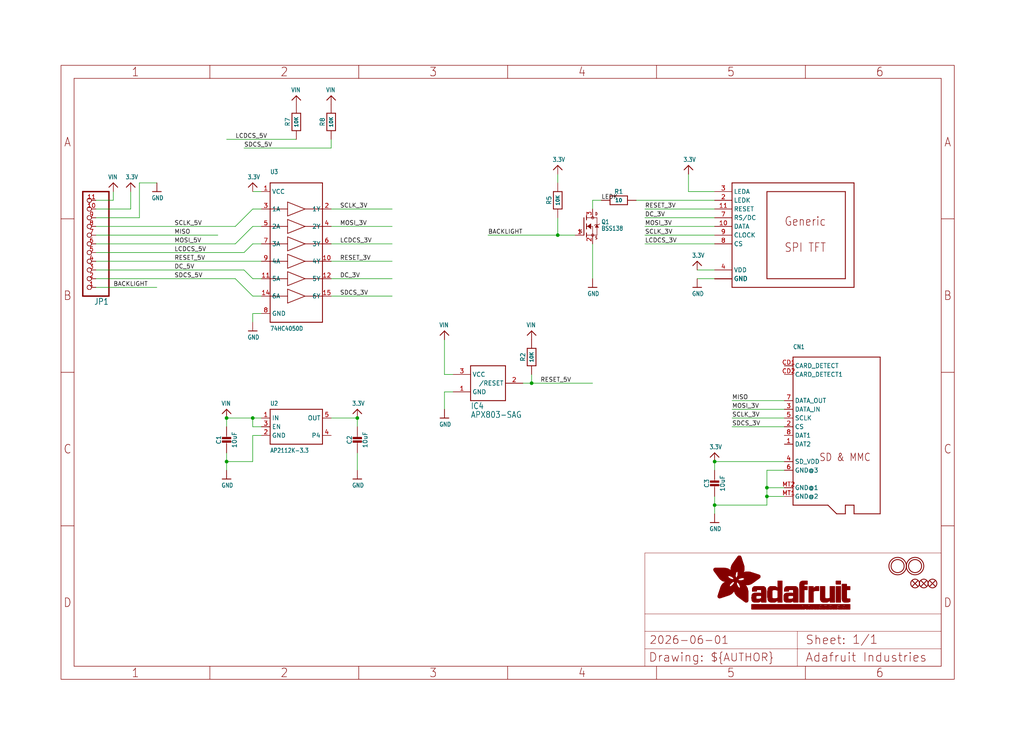
<source format=kicad_sch>
(kicad_sch (version 20230121) (generator eeschema)
  (paper "User" 298.45 217.322)
  (lib_symbols
    (symbol "working-eagle-import:3.3V" (power)
      (property "Value" "3.3V" (at -1.524 1.016 0))
      (symbol "3.3V_1_0"
        (pin power_in line (at 0 -2.54 90) (length 2.54) (name "3.3V") (number "1"))
      )
    )
    (symbol "working-eagle-import:74HC4050D"
      (property "Reference" "U" (at -7.62 22.86 0))
      (symbol "74HC4050D_1_0"
        (pin bidirectional line (at -10.16 17.78 0) (length 2.54) (name "VCC") (number "1"))
        (pin bidirectional line (at 10.16 -2.54 180) (length 2.54) (name "4Y") (number "10"))
        (pin bidirectional line (at -10.16 -7.62 0) (length 2.54) (name "5A") (number "11"))
        (pin bidirectional line (at 10.16 -7.62 180) (length 2.54) (name "5Y") (number "12"))
        (pin bidirectional line (at -10.16 -12.7 0) (length 2.54) (name "6A") (number "14"))
        (pin bidirectional line (at 10.16 -12.7 180) (length 2.54) (name "6Y") (number "15"))
        (pin bidirectional line (at 10.16 12.7 180) (length 2.54) (name "1Y") (number "2"))
        (pin bidirectional line (at -10.16 12.7 0) (length 2.54) (name "1A") (number "3"))
        (pin bidirectional line (at 10.16 7.62 180) (length 2.54) (name "2Y") (number "4"))
        (pin bidirectional line (at -10.16 7.62 0) (length 2.54) (name "2A") (number "5"))
        (pin bidirectional line (at 10.16 2.54 180) (length 2.54) (name "3Y") (number "6"))
        (pin bidirectional line (at -10.16 2.54 0) (length 2.54) (name "3A") (number "7"))
        (pin bidirectional line (at -10.16 -17.78 0) (length 2.54) (name "GND") (number "8"))
        (pin bidirectional line (at -10.16 -2.54 0) (length 2.54) (name "4A") (number "9"))
      )
    )
    (symbol "working-eagle-import:AXP083-SAG"
      (property "Reference" "IC" (at -5.08 -7.62 0))
      (symbol "AXP083-SAG_1_0"
        (pin power_in line (at -10.16 -2.54 0) (length 5.08) (name "GND") (number "1"))
        (pin output line (at 10.16 0 180) (length 5.08) (name "/RESET") (number "2"))
        (pin power_in line (at -10.16 2.54 0) (length 5.08) (name "VCC") (number "3"))
      )
    )
    (symbol "working-eagle-import:CAP_CERAMIC0805-NOOUTLINE"
      (property "Reference" "C" (at -2.29 1.25 90))
      (symbol "CAP_CERAMIC0805-NOOUTLINE_1_0"
        (pin passive line (at 0 5.08 270) (length 2.54) (name "1") (number "1"))
        (pin passive line (at 0 -2.54 90) (length 2.54) (name "2") (number "2"))
      )
    )
    (symbol "working-eagle-import:DISP_LCD_GENERIC_SPI_2.0IN_240X320"
      (symbol "DISP_LCD_GENERIC_SPI_2.0IN_240X320_1_0"
        (text "Generic" (at -5.08 2.54 0) (effects (font (size 2.54 2.159)) (justify left bottom)))
        (text "SPI TFT" (at -5.08 -5.08 0) (effects (font (size 2.54 2.159)) (justify left bottom)))
        (pin power_in line (at -25.4 -12.7 0) (length 5.08) (name "GND") (number "1"))
        (pin bidirectional line (at -25.4 2.54 0) (length 5.08) (name "DATA") (number "10"))
        (pin input line (at -25.4 7.62 0) (length 5.08) (name "RESET") (number "11"))
        (pin power_in line (at -25.4 -12.7 0) (length 5.08) (name "GND") (number "12"))
        (pin input line (at -25.4 10.16 0) (length 5.08) (name "LEDK") (number "2"))
        (pin input line (at -25.4 12.7 0) (length 5.08) (name "LEDA") (number "3"))
        (pin power_in line (at -25.4 -10.16 0) (length 5.08) (name "VDD") (number "4"))
        (pin power_in line (at -25.4 -12.7 0) (length 5.08) (name "GND") (number "5"))
        (pin power_in line (at -25.4 -12.7 0) (length 5.08) (name "GND") (number "6"))
        (pin input line (at -25.4 5.08 0) (length 5.08) (name "RS/DC") (number "7"))
        (pin input line (at -25.4 -2.54 0) (length 5.08) (name "CS") (number "8"))
        (pin input line (at -25.4 0 0) (length 5.08) (name "CLOCK") (number "9"))
      )
    )
    (symbol "working-eagle-import:FIDUCIAL_1MM")
    (symbol "working-eagle-import:FRAME_A4_ADAFRUIT"
      (symbol "FRAME_A4_ADAFRUIT_1_0"
        (text "${#}/${##}" (at 230.505 10.16 0) (effects (font (size 2.54 2.54)) (justify left bottom)))
        (text "${AUTHOR}" (at 189.23 5.08 0) (effects (font (size 2.286 2.286)) (justify left bottom)))
        (text "${CURRENT_DATE}" (at 171.45 10.16 0) (effects (font (size 2.286 2.286)) (justify left bottom)))
        (text "${PROJECTNAME}" (at 171.45 15.24 0) (effects (font (size 2.54 2.54)) (justify left bottom)))
        (text "1" (at 21.6958 1.905 0) (effects (font (size 2.54 2.286))))
        (text "1" (at 21.6958 177.165 0) (effects (font (size 2.54 2.286))))
        (text "2" (at 65.0875 1.905 0) (effects (font (size 2.54 2.286))))
        (text "2" (at 65.0875 177.165 0) (effects (font (size 2.54 2.286))))
        (text "3" (at 108.4792 1.905 0) (effects (font (size 2.54 2.286))))
        (text "3" (at 108.4792 177.165 0) (effects (font (size 2.54 2.286))))
        (text "4" (at 151.8708 1.905 0) (effects (font (size 2.54 2.286))))
        (text "4" (at 151.8708 177.165 0) (effects (font (size 2.54 2.286))))
        (text "5" (at 195.2625 1.905 0) (effects (font (size 2.54 2.286))))
        (text "5" (at 195.2625 177.165 0) (effects (font (size 2.54 2.286))))
        (text "6" (at 238.6542 1.905 0) (effects (font (size 2.54 2.286))))
        (text "6" (at 238.6542 177.165 0) (effects (font (size 2.54 2.286))))
        (text "A" (at 1.905 156.6863 0) (effects (font (size 2.54 2.286))))
        (text "A" (at 258.445 156.6863 0) (effects (font (size 2.54 2.286))))
        (text "Adafruit Industries" (at 216.916 4.953 0) (effects (font (size 2.54 2.54)) (justify left bottom)))
        (text "B" (at 1.905 111.9188 0) (effects (font (size 2.54 2.286))))
        (text "B" (at 258.445 111.9188 0) (effects (font (size 2.54 2.286))))
        (text "C" (at 1.905 67.1513 0) (effects (font (size 2.54 2.286))))
        (text "C" (at 258.445 67.1513 0) (effects (font (size 2.54 2.286))))
        (text "D" (at 1.905 22.3838 0) (effects (font (size 2.54 2.286))))
        (text "D" (at 258.445 22.3838 0) (effects (font (size 2.54 2.286))))
        (text "Drawing:" (at 171.196 4.953 0) (effects (font (size 2.54 2.54)) (justify left bottom)))
        (text "Sheet:" (at 216.916 10.033 0) (effects (font (size 2.54 2.54)) (justify left bottom)))
      )
    )
    (symbol "working-eagle-import:GND" (power)
      (property "Value" "GND" (at -1.524 -2.54 0))
      (symbol "GND_1_0"
        (pin power_in line (at 0 2.54 270) (length 2.54) (name "GND") (number "1"))
      )
    )
    (symbol "working-eagle-import:HEADER-1X1176MIL"
      (property "Reference" "JP" (at -6.35 15.875 0))
      (symbol "HEADER-1X1176MIL_1_0"
        (pin passive inverted (at -2.54 12.7 0) (length 2.54) (name "1") (number "1"))
        (pin passive inverted (at -2.54 -10.16 0) (length 2.54) (name "10") (number "10"))
        (pin passive inverted (at -2.54 -12.7 0) (length 2.54) (name "11") (number "11"))
        (pin passive inverted (at -2.54 10.16 0) (length 2.54) (name "2") (number "2"))
        (pin passive inverted (at -2.54 7.62 0) (length 2.54) (name "3") (number "3"))
        (pin passive inverted (at -2.54 5.08 0) (length 2.54) (name "4") (number "4"))
        (pin passive inverted (at -2.54 2.54 0) (length 2.54) (name "5") (number "5"))
        (pin passive inverted (at -2.54 0 0) (length 2.54) (name "6") (number "6"))
        (pin passive inverted (at -2.54 -2.54 0) (length 2.54) (name "7") (number "7"))
        (pin passive inverted (at -2.54 -5.08 0) (length 2.54) (name "8") (number "8"))
        (pin passive inverted (at -2.54 -7.62 0) (length 2.54) (name "9") (number "9"))
      )
    )
    (symbol "working-eagle-import:MICROSD"
      (property "Reference" "X" (at -12.7 22.606 0))
      (symbol "MICROSD_1_0"
        (text "SD & MMC" (at -5.08 -10.16 0) (effects (font (size 2.1844 1.8567)) (justify left bottom)))
        (pin bidirectional line (at -15.24 -5.08 0) (length 2.54) (name "DAT2") (number "1"))
        (pin input line (at -15.24 0 0) (length 2.54) (name "CS") (number "2"))
        (pin input line (at -15.24 5.08 0) (length 2.54) (name "DATA_IN") (number "3"))
        (pin power_in line (at -15.24 -10.16 0) (length 2.54) (name "SD_VDD") (number "4"))
        (pin input line (at -15.24 2.54 0) (length 2.54) (name "SCLK") (number "5"))
        (pin power_in line (at -15.24 -12.7 0) (length 2.54) (name "GND@3") (number "6"))
        (pin output line (at -15.24 7.62 0) (length 2.54) (name "DATA_OUT") (number "7"))
        (pin bidirectional line (at -15.24 -2.54 0) (length 2.54) (name "DAT1") (number "8"))
        (pin passive line (at -15.24 17.78 0) (length 2.54) (name "CARD_DETECT") (number "CD1"))
        (pin passive line (at -15.24 15.24 0) (length 2.54) (name "CARD_DETECT1") (number "CD2"))
        (pin power_in line (at -15.24 -20.32 0) (length 2.54) (name "GND@2") (number "MT1"))
        (pin power_in line (at -15.24 -17.78 0) (length 2.54) (name "GND@1") (number "MT2"))
      )
    )
    (symbol "working-eagle-import:MOSFET-NREFLOW"
      (property "Reference" "Q" (at 5.08 0.635 0))
      (symbol "MOSFET-NREFLOW_1_0"
        (text "D" (at 3.175 3.175 0) (effects (font (size 0.8128 0.6908)) (justify left bottom)))
        (text "G" (at -1.27 -1.905 0) (effects (font (size 0.8128 0.6908)) (justify left bottom)))
        (text "S" (at 3.175 -3.81 0) (effects (font (size 0.8128 0.6908)) (justify left bottom)))
        (pin bidirectional line (at -2.54 -2.54 0) (length 2.54) (name "G") (number "1"))
        (pin bidirectional line (at 2.54 -5.08 90) (length 2.54) (name "S") (number "2"))
        (pin bidirectional line (at 2.54 5.08 270) (length 2.54) (name "D") (number "3"))
      )
    )
    (symbol "working-eagle-import:MOUNTINGHOLE2.5")
    (symbol "working-eagle-import:RESISTOR0805_NOOUTLINE"
      (property "Reference" "R" (at 0 2.54 0))
      (symbol "RESISTOR0805_NOOUTLINE_1_0"
        (pin passive line (at -5.08 0 0) (length 2.54) (name "1") (number "1"))
        (pin passive line (at 5.08 0 180) (length 2.54) (name "2") (number "2"))
      )
    )
    (symbol "working-eagle-import:VIN" (power)
      (property "Value" "VIN" (at -1.524 1.016 0))
      (symbol "VIN_1_0"
        (pin power_in line (at 0 -2.54 90) (length 2.54) (name "VIN") (number "1"))
      )
    )
    (symbol "working-eagle-import:VREG_SOT23-5"
      (property "Reference" "U" (at -7.62 6.096 0))
      (symbol "VREG_SOT23-5_1_0"
        (pin power_in line (at -10.16 2.54 0) (length 2.54) (name "IN") (number "1"))
        (pin power_in line (at -10.16 -2.54 0) (length 2.54) (name "GND") (number "2"))
        (pin input line (at -10.16 0 0) (length 2.54) (name "EN") (number "3"))
        (pin bidirectional line (at 10.16 -2.54 180) (length 2.54) (name "P4") (number "4"))
        (pin power_in line (at 10.16 2.54 180) (length 2.54) (name "OUT") (number "5"))
      )
    )
  )
  (junction (at 208.28 134.62))
  (junction (at 223.52 144.78))
  (junction (at 154.94 111.76))
  (junction (at 162.56 68.58))
  (junction (at 208.28 147.32))
  (junction (at 66.04 121.92))
  (junction (at 104.14 121.92))
  (junction (at 223.52 142.24))
  (junction (at 66.04 134.62))
  (junction (at 73.66 121.92))
  (wire (pts (xy 76.2 124.46) (xy 73.66 124.46)) (stroke (width 0.1524)))
  (wire (pts (xy 208.28 63.5) (xy 187.96 63.5)) (stroke (width 0.1524)))
  (wire (pts (xy 208.28 144.78) (xy 208.28 147.32)) (stroke (width 0.1524)))
  (wire (pts (xy 73.66 134.62) (xy 66.04 134.62)) (stroke (width 0.1524)))
  (wire (pts (xy 96.52 86.36) (xy 114.3 86.36)) (stroke (width 0.1524)))
  (wire (pts (xy 73.66 91.44) (xy 73.66 93.98)) (stroke (width 0.1524)))
  (wire (pts (xy 27.94 73.66) (xy 71.12 73.66)) (stroke (width 0.1524)))
  (wire (pts (xy 76.2 127) (xy 73.66 127)) (stroke (width 0.1524)))
  (wire (pts (xy 152.4 111.76) (xy 154.94 111.76)) (stroke (width 0.1524)))
  (wire (pts (xy 96.52 60.96) (xy 114.3 60.96)) (stroke (width 0.1524)))
  (wire (pts (xy 96.52 66.04) (xy 114.3 66.04)) (stroke (width 0.1524)))
  (wire (pts (xy 40.64 53.34) (xy 45.72 53.34)) (stroke (width 0.1524)))
  (wire (pts (xy 132.08 109.22) (xy 129.54 109.22)) (stroke (width 0.1524)))
  (wire (pts (xy 38.1 60.96) (xy 38.1 55.88)) (stroke (width 0.1524)))
  (wire (pts (xy 228.6 121.92) (xy 213.36 121.92)) (stroke (width 0.1524)))
  (wire (pts (xy 96.52 43.18) (xy 71.12 43.18)) (stroke (width 0.1524)))
  (wire (pts (xy 200.66 55.88) (xy 200.66 50.8)) (stroke (width 0.1524)))
  (wire (pts (xy 27.94 68.58) (xy 63.5 68.58)) (stroke (width 0.1524)))
  (wire (pts (xy 73.66 81.28) (xy 76.2 81.28)) (stroke (width 0.1524)))
  (wire (pts (xy 71.12 73.66) (xy 73.66 71.12)) (stroke (width 0.1524)))
  (wire (pts (xy 228.6 142.24) (xy 223.52 142.24)) (stroke (width 0.1524)))
  (wire (pts (xy 228.6 119.38) (xy 213.36 119.38)) (stroke (width 0.1524)))
  (wire (pts (xy 27.94 58.42) (xy 33.02 58.42)) (stroke (width 0.1524)))
  (wire (pts (xy 27.94 81.28) (xy 68.58 81.28)) (stroke (width 0.1524)))
  (wire (pts (xy 27.94 83.82) (xy 45.72 83.82)) (stroke (width 0.1524)))
  (wire (pts (xy 223.52 137.16) (xy 223.52 142.24)) (stroke (width 0.1524)))
  (wire (pts (xy 223.52 144.78) (xy 223.52 147.32)) (stroke (width 0.1524)))
  (wire (pts (xy 68.58 81.28) (xy 73.66 86.36)) (stroke (width 0.1524)))
  (wire (pts (xy 208.28 55.88) (xy 200.66 55.88)) (stroke (width 0.1524)))
  (wire (pts (xy 208.28 78.74) (xy 203.2 78.74)) (stroke (width 0.1524)))
  (wire (pts (xy 71.12 78.74) (xy 73.66 81.28)) (stroke (width 0.1524)))
  (wire (pts (xy 208.28 71.12) (xy 187.96 71.12)) (stroke (width 0.1524)))
  (wire (pts (xy 208.28 147.32) (xy 208.28 149.86)) (stroke (width 0.1524)))
  (wire (pts (xy 154.94 109.22) (xy 154.94 111.76)) (stroke (width 0.1524)))
  (wire (pts (xy 96.52 76.2) (xy 114.3 76.2)) (stroke (width 0.1524)))
  (wire (pts (xy 73.66 66.04) (xy 76.2 66.04)) (stroke (width 0.1524)))
  (wire (pts (xy 228.6 124.46) (xy 213.36 124.46)) (stroke (width 0.1524)))
  (wire (pts (xy 129.54 119.38) (xy 129.54 114.3)) (stroke (width 0.1524)))
  (wire (pts (xy 162.56 68.58) (xy 142.24 68.58)) (stroke (width 0.1524)))
  (wire (pts (xy 228.6 144.78) (xy 223.52 144.78)) (stroke (width 0.1524)))
  (wire (pts (xy 73.66 86.36) (xy 76.2 86.36)) (stroke (width 0.1524)))
  (wire (pts (xy 76.2 121.92) (xy 73.66 121.92)) (stroke (width 0.1524)))
  (wire (pts (xy 223.52 142.24) (xy 223.52 144.78)) (stroke (width 0.1524)))
  (wire (pts (xy 27.94 60.96) (xy 38.1 60.96)) (stroke (width 0.1524)))
  (wire (pts (xy 228.6 134.62) (xy 208.28 134.62)) (stroke (width 0.1524)))
  (wire (pts (xy 96.52 40.64) (xy 96.52 43.18)) (stroke (width 0.1524)))
  (wire (pts (xy 154.94 111.76) (xy 172.72 111.76)) (stroke (width 0.1524)))
  (wire (pts (xy 27.94 71.12) (xy 68.58 71.12)) (stroke (width 0.1524)))
  (wire (pts (xy 129.54 99.06) (xy 129.54 109.22)) (stroke (width 0.1524)))
  (wire (pts (xy 73.66 60.96) (xy 76.2 60.96)) (stroke (width 0.1524)))
  (wire (pts (xy 73.66 71.12) (xy 76.2 71.12)) (stroke (width 0.1524)))
  (wire (pts (xy 96.52 81.28) (xy 114.3 81.28)) (stroke (width 0.1524)))
  (wire (pts (xy 73.66 127) (xy 73.66 134.62)) (stroke (width 0.1524)))
  (wire (pts (xy 208.28 81.28) (xy 203.2 81.28)) (stroke (width 0.1524)))
  (wire (pts (xy 76.2 91.44) (xy 73.66 91.44)) (stroke (width 0.1524)))
  (wire (pts (xy 96.52 71.12) (xy 114.3 71.12)) (stroke (width 0.1524)))
  (wire (pts (xy 129.54 114.3) (xy 132.08 114.3)) (stroke (width 0.1524)))
  (wire (pts (xy 228.6 116.84) (xy 213.36 116.84)) (stroke (width 0.1524)))
  (wire (pts (xy 66.04 121.92) (xy 66.04 124.46)) (stroke (width 0.1524)))
  (wire (pts (xy 76.2 55.88) (xy 73.66 55.88)) (stroke (width 0.1524)))
  (wire (pts (xy 208.28 68.58) (xy 187.96 68.58)) (stroke (width 0.1524)))
  (wire (pts (xy 208.28 134.62) (xy 208.28 137.16)) (stroke (width 0.1524)))
  (wire (pts (xy 73.66 121.92) (xy 66.04 121.92)) (stroke (width 0.1524)))
  (wire (pts (xy 66.04 134.62) (xy 66.04 137.16)) (stroke (width 0.1524)))
  (wire (pts (xy 172.72 58.42) (xy 172.72 60.96)) (stroke (width 0.1524)))
  (wire (pts (xy 228.6 137.16) (xy 223.52 137.16)) (stroke (width 0.1524)))
  (wire (pts (xy 68.58 66.04) (xy 73.66 60.96)) (stroke (width 0.1524)))
  (wire (pts (xy 162.56 63.5) (xy 162.56 68.58)) (stroke (width 0.1524)))
  (wire (pts (xy 33.02 58.42) (xy 33.02 55.88)) (stroke (width 0.1524)))
  (wire (pts (xy 96.52 121.92) (xy 104.14 121.92)) (stroke (width 0.1524)))
  (wire (pts (xy 66.04 132.08) (xy 66.04 134.62)) (stroke (width 0.1524)))
  (wire (pts (xy 73.66 124.46) (xy 73.66 121.92)) (stroke (width 0.1524)))
  (wire (pts (xy 104.14 132.08) (xy 104.14 137.16)) (stroke (width 0.1524)))
  (wire (pts (xy 208.28 66.04) (xy 187.96 66.04)) (stroke (width 0.1524)))
  (wire (pts (xy 40.64 63.5) (xy 40.64 53.34)) (stroke (width 0.1524)))
  (wire (pts (xy 175.26 58.42) (xy 172.72 58.42)) (stroke (width 0.1524)))
  (wire (pts (xy 27.94 76.2) (xy 76.2 76.2)) (stroke (width 0.1524)))
  (wire (pts (xy 68.58 71.12) (xy 73.66 66.04)) (stroke (width 0.1524)))
  (wire (pts (xy 208.28 60.96) (xy 187.96 60.96)) (stroke (width 0.1524)))
  (wire (pts (xy 104.14 121.92) (xy 104.14 124.46)) (stroke (width 0.1524)))
  (wire (pts (xy 167.64 68.58) (xy 162.56 68.58)) (stroke (width 0.1524)))
  (wire (pts (xy 86.36 40.64) (xy 66.04 40.64)) (stroke (width 0.1524)))
  (wire (pts (xy 27.94 66.04) (xy 68.58 66.04)) (stroke (width 0.1524)))
  (wire (pts (xy 162.56 53.34) (xy 162.56 50.8)) (stroke (width 0.1524)))
  (wire (pts (xy 208.28 58.42) (xy 185.42 58.42)) (stroke (width 0.1524)))
  (wire (pts (xy 27.94 63.5) (xy 40.64 63.5)) (stroke (width 0.1524)))
  (wire (pts (xy 172.72 71.12) (xy 172.72 81.28)) (stroke (width 0.1524)))
  (wire (pts (xy 27.94 78.74) (xy 71.12 78.74)) (stroke (width 0.1524)))
  (wire (pts (xy 223.52 147.32) (xy 208.28 147.32)) (stroke (width 0.1524)))
  (label "RESET_3V" (at 99.06 76.2 0) (effects (font (size 1.2446 1.2446))))
  (label "SCLK_3V" (at 213.36 121.92 0) (effects (font (size 1.2446 1.2446))))
  (label "SDCS_3V" (at 99.06 86.36 0) (effects (font (size 1.2446 1.2446))))
  (label "MOSI_3V" (at 99.06 66.04 0) (effects (font (size 1.2446 1.2446))))
  (label "MOSI_3V" (at 213.36 119.38 0) (effects (font (size 1.2446 1.2446))))
  (label "LCDCS_5V" (at 50.8 73.66 0) (effects (font (size 1.2446 1.2446))))
  (label "LCDCS_3V" (at 187.96 71.12 0) (effects (font (size 1.2446 1.2446))))
  (label "LEDK" (at 175.26 58.42 0) (effects (font (size 1.2446 1.2446))))
  (label "SDCS_5V" (at 50.8 81.28 0) (effects (font (size 1.2446 1.2446))))
  (label "SCLK_5V" (at 50.8 66.04 0) (effects (font (size 1.2446 1.2446))))
  (label "MISO" (at 50.8 68.58 0) (effects (font (size 1.2446 1.2446))))
  (label "RESET_3V" (at 187.96 60.96 0) (effects (font (size 1.2446 1.2446))))
  (label "LCDCS_5V" (at 68.58 40.64 0) (effects (font (size 1.2446 1.2446))))
  (label "DC_5V" (at 50.8 78.74 0) (effects (font (size 1.2446 1.2446))))
  (label "DC_3V" (at 99.06 81.28 0) (effects (font (size 1.2446 1.2446))))
  (label "SCLK_3V" (at 99.06 60.96 0) (effects (font (size 1.2446 1.2446))))
  (label "SCLK_3V" (at 187.96 68.58 0) (effects (font (size 1.2446 1.2446))))
  (label "DC_3V" (at 187.96 63.5 0) (effects (font (size 1.2446 1.2446))))
  (label "BACKLIGHT" (at 142.24 68.58 0) (effects (font (size 1.2446 1.2446))))
  (label "SDCS_5V" (at 71.12 43.18 0) (effects (font (size 1.2446 1.2446))))
  (label "BACKLIGHT" (at 33.02 83.82 0) (effects (font (size 1.2446 1.2446))))
  (label "RESET_5V" (at 50.8 76.2 0) (effects (font (size 1.2446 1.2446))))
  (label "LCDCS_3V" (at 99.06 71.12 0) (effects (font (size 1.2446 1.2446))))
  (label "MOSI_5V" (at 50.8 71.12 0) (effects (font (size 1.2446 1.2446))))
  (label "MOSI_3V" (at 187.96 66.04 0) (effects (font (size 1.2446 1.2446))))
  (label "SDCS_3V" (at 213.36 124.46 0) (effects (font (size 1.2446 1.2446))))
  (label "MISO" (at 213.36 116.84 0) (effects (font (size 1.2446 1.2446))))
  (label "RESET_5V" (at 157.48 111.76 0) (effects (font (size 1.2446 1.2446))))
  (symbol (lib_id "working-eagle-import:FIDUCIAL_1MM") (at 269.24 170.18 0) (unit 1)
    (property "Reference" "FID2" (effects hide))
    (property "Value" "FIDUCIAL_1MM" (effects hide))
    (property "Footprint" "working:FIDUCIAL_1MM" (effects hide))
  )
  (symbol (lib_id "working-eagle-import:3.3V") (at 203.2 76.2 0) (unit 1)
    (property "Reference" "#U$25" (effects hide))
    (property "Value" "3.3V" (at 201.676 75.184 0) (effects (font (size 1.27 1.0795)) (justify left bottom)))
  )
  (symbol (lib_id "working-eagle-import:3.3V") (at 38.1 53.34 0) (unit 1)
    (property "Reference" "#U$19" (effects hide))
    (property "Value" "3.3V" (at 36.576 52.324 0) (effects (font (size 1.27 1.0795)) (justify left bottom)))
  )
  (symbol (lib_id "working-eagle-import:CAP_CERAMIC0805-NOOUTLINE") (at 104.14 129.54 0) (unit 1)
    (property "Reference" "C2" (at 101.85 128.29 90))
    (property "Value" "10uF" (at 106.44 128.29 90))
    (property "Footprint" "working:0805-NO" (effects hide))
  )
  (symbol (lib_id "working-eagle-import:CAP_CERAMIC0805-NOOUTLINE") (at 208.28 142.24 0) (unit 1)
    (property "Reference" "C3" (at 205.99 140.99 90))
    (property "Value" "10uF" (at 210.58 140.99 90))
    (property "Footprint" "working:0805-NO" (effects hide))
  )
  (symbol (lib_id "working-eagle-import:VIN") (at 154.94 96.52 0) (unit 1)
    (property "Reference" "#U$5" (effects hide))
    (property "Value" "VIN" (at 153.416 95.504 0) (effects (font (size 1.27 1.0795)) (justify left bottom)))
  )
  (symbol (lib_id "working-eagle-import:VIN") (at 129.54 96.52 0) (unit 1)
    (property "Reference" "#U$22" (effects hide))
    (property "Value" "VIN" (at 128.016 95.504 0) (effects (font (size 1.27 1.0795)) (justify left bottom)))
  )
  (symbol (lib_id "working-eagle-import:GND") (at 73.66 96.52 0) (unit 1)
    (property "Reference" "#U$16" (effects hide))
    (property "Value" "GND" (at 72.136 99.06 0) (effects (font (size 1.27 1.0795)) (justify left bottom)))
  )
  (symbol (lib_id "working-eagle-import:GND") (at 172.72 83.82 0) (unit 1)
    (property "Reference" "#U$18" (effects hide))
    (property "Value" "GND" (at 171.196 86.36 0) (effects (font (size 1.27 1.0795)) (justify left bottom)))
  )
  (symbol (lib_id "working-eagle-import:74HC4050D") (at 86.36 73.66 0) (unit 1)
    (property "Reference" "U3" (at 78.74 50.8 0) (effects (font (size 1.27 1.0795)) (justify left bottom)))
    (property "Value" "74HC4050D" (at 78.74 96.52 0) (effects (font (size 1.27 1.0795)) (justify left bottom)))
    (property "Footprint" "working:SOIC16" (effects hide))
  )
  (symbol (lib_id "working-eagle-import:DISP_LCD_GENERIC_SPI_2.0IN_240X320") (at 233.68 68.58 0) (unit 1)
    (property "Reference" "DISP1" (effects hide))
    (property "Value" "DISP_LCD_GENERIC_SPI_2.0IN_240X320" (effects hide))
    (property "Footprint" "working:TFT_2.0IN_240X320_12P" (effects hide))
  )
  (symbol (lib_id "working-eagle-import:VIN") (at 96.52 27.94 0) (unit 1)
    (property "Reference" "#U$8" (effects hide))
    (property "Value" "VIN" (at 94.996 26.924 0) (effects (font (size 1.27 1.0795)) (justify left bottom)))
  )
  (symbol (lib_id "working-eagle-import:GND") (at 66.04 139.7 0) (unit 1)
    (property "Reference" "#U$13" (effects hide))
    (property "Value" "GND" (at 64.516 142.24 0) (effects (font (size 1.27 1.0795)) (justify left bottom)))
  )
  (symbol (lib_id "working-eagle-import:FIDUCIAL_1MM") (at 271.78 170.18 0) (unit 1)
    (property "Reference" "FID1" (effects hide))
    (property "Value" "FIDUCIAL_1MM" (effects hide))
    (property "Footprint" "working:FIDUCIAL_1MM" (effects hide))
  )
  (symbol (lib_id "working-eagle-import:RESISTOR0805_NOOUTLINE") (at 154.94 104.14 90) (unit 1)
    (property "Reference" "R2" (at 152.4 104.14 0))
    (property "Value" "10K" (at 154.94 104.14 0) (effects (font (size 1.016 1.016) bold)))
    (property "Footprint" "working:0805-NO" (effects hide))
  )
  (symbol (lib_id "working-eagle-import:VIN") (at 33.02 53.34 0) (unit 1)
    (property "Reference" "#U$6" (effects hide))
    (property "Value" "VIN" (at 31.496 52.324 0) (effects (font (size 1.27 1.0795)) (justify left bottom)))
  )
  (symbol (lib_id "working-eagle-import:GND") (at 104.14 139.7 0) (unit 1)
    (property "Reference" "#U$15" (effects hide))
    (property "Value" "GND" (at 102.616 142.24 0) (effects (font (size 1.27 1.0795)) (justify left bottom)))
  )
  (symbol (lib_id "working-eagle-import:MOSFET-NREFLOW") (at 170.18 66.04 0) (unit 1)
    (property "Reference" "Q1" (at 175.26 65.405 0) (effects (font (size 1.27 1.0795)) (justify left bottom)))
    (property "Value" "BSS138" (at 175.26 67.31 0) (effects (font (size 1.27 1.0795)) (justify left bottom)))
    (property "Footprint" "working:SOT23-R" (effects hide))
  )
  (symbol (lib_id "working-eagle-import:MOUNTINGHOLE2.5") (at 261.62 165.1 0) (unit 1)
    (property "Reference" "U$4" (effects hide))
    (property "Value" "MOUNTINGHOLE2.5" (effects hide))
    (property "Footprint" "working:MOUNTINGHOLE_2.5_PLATED" (effects hide))
  )
  (symbol (lib_id "working-eagle-import:VREG_SOT23-5") (at 86.36 124.46 0) (unit 1)
    (property "Reference" "U2" (at 78.74 118.364 0) (effects (font (size 1.27 1.0795)) (justify left bottom)))
    (property "Value" "AP2112K-3.3" (at 78.74 132.08 0) (effects (font (size 1.27 1.0795)) (justify left bottom)))
    (property "Footprint" "working:SOT23-5" (effects hide))
  )
  (symbol (lib_id "working-eagle-import:AXP083-SAG") (at 142.24 111.76 0) (unit 1)
    (property "Reference" "IC4" (at 137.16 119.38 0) (effects (font (size 1.778 1.5113)) (justify left bottom)))
    (property "Value" "APX803-SAG" (at 137.16 121.92 0) (effects (font (size 1.778 1.5113)) (justify left bottom)))
    (property "Footprint" "working:SOT23" (effects hide))
  )
  (symbol (lib_id "working-eagle-import:FIDUCIAL_1MM") (at 266.7 170.18 0) (unit 1)
    (property "Reference" "FID3" (effects hide))
    (property "Value" "FIDUCIAL_1MM" (effects hide))
    (property "Footprint" "working:FIDUCIAL_1MM" (effects hide))
    (property "BOM" "EXCLUDE" (effects hide))
  )
  (symbol (lib_id "working-eagle-import:VIN") (at 86.36 27.94 0) (unit 1)
    (property "Reference" "#U$7" (effects hide))
    (property "Value" "VIN" (at 84.836 26.924 0) (effects (font (size 1.27 1.0795)) (justify left bottom)))
  )
  (symbol (lib_id "working-eagle-import:VIN") (at 66.04 119.38 0) (unit 1)
    (property "Reference" "#U$12" (effects hide))
    (property "Value" "VIN" (at 64.516 118.364 0) (effects (font (size 1.27 1.0795)) (justify left bottom)))
  )
  (symbol (lib_id "working-eagle-import:MOUNTINGHOLE2.5") (at 266.7 165.1 0) (unit 1)
    (property "Reference" "U$3" (effects hide))
    (property "Value" "MOUNTINGHOLE2.5" (effects hide))
    (property "Footprint" "working:MOUNTINGHOLE_2.5_PLATED" (effects hide))
  )
  (symbol (lib_id "working-eagle-import:RESISTOR0805_NOOUTLINE") (at 96.52 35.56 90) (unit 1)
    (property "Reference" "R8" (at 93.98 35.56 0))
    (property "Value" "10K" (at 96.52 35.56 0) (effects (font (size 1.016 1.016) bold)))
    (property "Footprint" "working:0805-NO" (effects hide))
  )
  (symbol (lib_id "working-eagle-import:FRAME_A4_ADAFRUIT") (at 17.78 198.12 0) (unit 1)
    (property "Reference" "#U$1" (effects hide))
    (property "Value" "FRAME_A4_ADAFRUIT" (effects hide))
  )
  (symbol (lib_id "working-eagle-import:GND") (at 203.2 83.82 0) (unit 1)
    (property "Reference" "#U$26" (effects hide))
    (property "Value" "GND" (at 201.676 86.36 0) (effects (font (size 1.27 1.0795)) (justify left bottom)))
  )
  (symbol (lib_id "working-eagle-import:3.3V") (at 208.28 132.08 0) (unit 1)
    (property "Reference" "#U$9" (effects hide))
    (property "Value" "3.3V" (at 206.756 131.064 0) (effects (font (size 1.27 1.0795)) (justify left bottom)))
  )
  (symbol (lib_id "working-eagle-import:CAP_CERAMIC0805-NOOUTLINE") (at 66.04 129.54 0) (unit 1)
    (property "Reference" "C1" (at 63.75 128.29 90))
    (property "Value" "10uF" (at 68.34 128.29 90))
    (property "Footprint" "working:0805-NO" (effects hide))
  )
  (symbol (lib_id "working-eagle-import:GND") (at 208.28 152.4 0) (unit 1)
    (property "Reference" "#U$10" (effects hide))
    (property "Value" "GND" (at 206.756 154.94 0) (effects (font (size 1.27 1.0795)) (justify left bottom)))
  )
  (symbol (lib_id "working-eagle-import:GND") (at 129.54 121.92 0) (unit 1)
    (property "Reference" "#U$2" (effects hide))
    (property "Value" "GND" (at 128.016 124.46 0) (effects (font (size 1.27 1.0795)) (justify left bottom)))
  )
  (symbol (lib_id "working-eagle-import:3.3V") (at 73.66 53.34 0) (unit 1)
    (property "Reference" "#U$17" (effects hide))
    (property "Value" "3.3V" (at 72.136 52.324 0) (effects (font (size 1.27 1.0795)) (justify left bottom)))
  )
  (symbol (lib_id "working-eagle-import:HEADER-1X1176MIL") (at 25.4 71.12 180) (unit 1)
    (property "Reference" "JP1" (at 31.75 86.995 0) (effects (font (size 1.778 1.5113)) (justify left bottom)))
    (property "Value" "HEADER-1X1176MIL" (effects hide))
    (property "Footprint" "working:1X11_ROUND_76" (effects hide))
  )
  (symbol (lib_id "working-eagle-import:RESISTOR0805_NOOUTLINE") (at 162.56 58.42 90) (unit 1)
    (property "Reference" "R5" (at 160.02 58.42 0))
    (property "Value" "10K" (at 162.56 58.42 0) (effects (font (size 1.016 1.016) bold)))
    (property "Footprint" "working:0805-NO" (effects hide))
  )
  (symbol (lib_id "working-eagle-import:3.3V") (at 200.66 48.26 0) (unit 1)
    (property "Reference" "#U$23" (effects hide))
    (property "Value" "3.3V" (at 199.136 47.244 0) (effects (font (size 1.27 1.0795)) (justify left bottom)))
  )
  (symbol (lib_id "working-eagle-import:GND") (at 45.72 55.88 0) (unit 1)
    (property "Reference" "#U$11" (effects hide))
    (property "Value" "GND" (at 44.196 58.42 0) (effects (font (size 1.27 1.0795)) (justify left bottom)))
  )
  (symbol (lib_id "working-eagle-import:MICROSD") (at 243.84 124.46 0) (unit 1)
    (property "Reference" "CN1" (at 231.14 101.854 0) (effects (font (size 1.27 1.0795)) (justify left bottom)))
    (property "Value" "MICROSD" (effects hide))
    (property "Footprint" "working:MICROSD" (effects hide))
  )
  (symbol (lib_id "working-eagle-import:RESISTOR0805_NOOUTLINE") (at 86.36 35.56 90) (unit 1)
    (property "Reference" "R7" (at 83.82 35.56 0))
    (property "Value" "10K" (at 86.36 35.56 0) (effects (font (size 1.016 1.016) bold)))
    (property "Footprint" "working:0805-NO" (effects hide))
  )
  (symbol (lib_id "working-eagle-import:RESISTOR0805_NOOUTLINE") (at 180.34 58.42 0) (unit 1)
    (property "Reference" "R1" (at 180.34 55.88 0))
    (property "Value" "10" (at 180.34 58.42 0) (effects (font (size 1.016 1.016) bold)))
    (property "Footprint" "working:0805-NO" (effects hide))
  )
  (symbol (lib_id "working-eagle-import:3.3V") (at 104.14 119.38 0) (unit 1)
    (property "Reference" "#U$14" (effects hide))
    (property "Value" "3.3V" (at 102.616 118.364 0) (effects (font (size 1.27 1.0795)) (justify left bottom)))
  )
  (symbol (lib_id "working-eagle-import:3.3V") (at 162.56 48.26 0) (unit 1)
    (property "Reference" "#U$21" (effects hide))
    (property "Value" "3.3V" (at 161.036 47.244 0) (effects (font (size 1.27 1.0795)) (justify left bottom)))
  )
)
</source>
